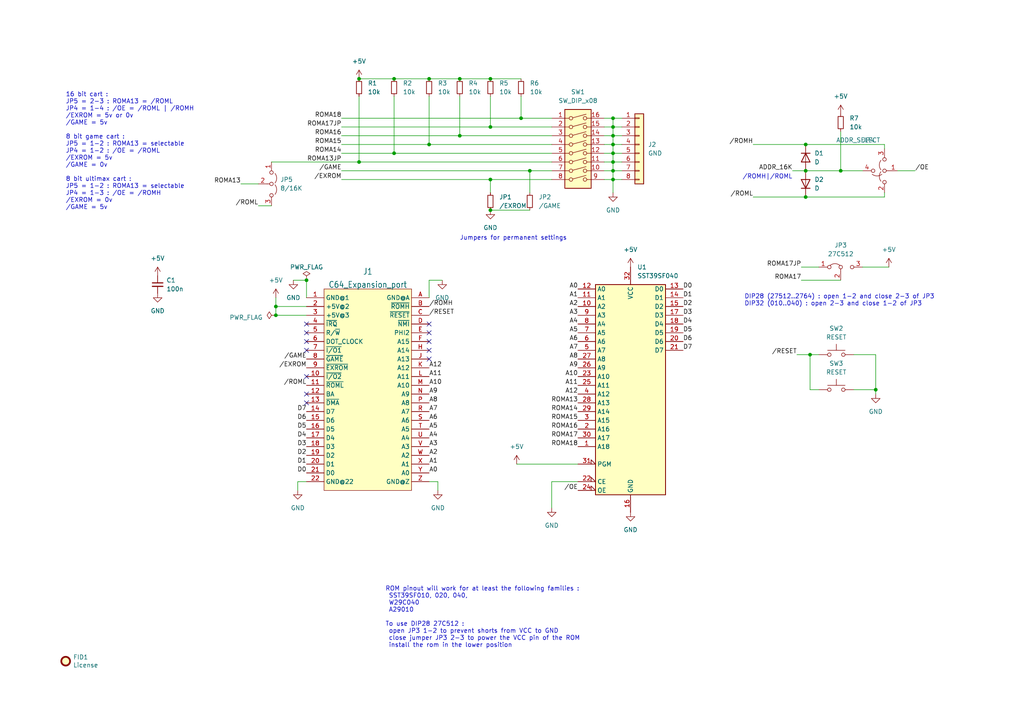
<source format=kicad_sch>
(kicad_sch (version 20230121) (generator eeschema)
  (paper "A4")
  (title_block (title "C64 Cartridge") (date "2023-05-30") (rev "2") (company "FLACO 2023") (comment 1 "Inspired by https://github.com/bwack/Versa64Cart"))
  (lib_symbols
    (symbol "Connector_Generic:Conn_01x08" (pin_names (offset 1.016) hide)
      (property "Reference" "J" (at 0 10.16 0))
      (property "Value" "Conn_01x08" (at 0 -12.7 0))
      (symbol "Conn_01x08_1_1"
        (rectangle (start -1.27 -10.033) (end 0 -10.287) (stroke (width 0.1524)))
        (rectangle (start -1.27 -7.493) (end 0 -7.747) (stroke (width 0.1524)))
        (rectangle (start -1.27 -4.953) (end 0 -5.207) (stroke (width 0.1524)))
        (rectangle (start -1.27 -2.413) (end 0 -2.667) (stroke (width 0.1524)))
        (rectangle (start -1.27 0.127) (end 0 -0.127) (stroke (width 0.1524)))
        (rectangle (start -1.27 2.667) (end 0 2.413) (stroke (width 0.1524)))
        (rectangle (start -1.27 5.207) (end 0 4.953) (stroke (width 0.1524)))
        (rectangle (start -1.27 7.747) (end 0 7.493) (stroke (width 0.1524)))
        (rectangle (start -1.27 8.89) (end 1.27 -11.43) (stroke (width 0.254)) (fill (type background)))
        (pin passive line (at -5.08 7.62 0) (length 3.81) (name "Pin_1") (number "1"))
        (pin passive line (at -5.08 5.08 0) (length 3.81) (name "Pin_2") (number "2"))
        (pin passive line (at -5.08 2.54 0) (length 3.81) (name "Pin_3") (number "3"))
        (pin passive line (at -5.08 0 0) (length 3.81) (name "Pin_4") (number "4"))
        (pin passive line (at -5.08 -2.54 0) (length 3.81) (name "Pin_5") (number "5"))
        (pin passive line (at -5.08 -5.08 0) (length 3.81) (name "Pin_6") (number "6"))
        (pin passive line (at -5.08 -7.62 0) (length 3.81) (name "Pin_7") (number "7"))
        (pin passive line (at -5.08 -10.16 0) (length 3.81) (name "Pin_8") (number "8"))
      )
    )
    (symbol "Device:C_Small" (pin_numbers hide) (pin_names (offset 0.254) hide)
      (property "Reference" "C" (at 0.254 1.778 0))
      (property "Value" "C_Small" (at 0.254 -2.032 0))
      (symbol "C_Small_0_1"
        (polyline (pts (xy -1.524 -0.508) (xy 1.524 -0.508)) (stroke (width 0.3302)))
        (polyline (pts (xy -1.524 0.508) (xy 1.524 0.508)) (stroke (width 0.3048)))
      )
      (symbol "C_Small_1_1"
        (pin passive line (at 0 2.54 270) (length 2.032) (name "~") (number "1"))
        (pin passive line (at 0 -2.54 90) (length 2.032) (name "~") (number "2"))
      )
    )
    (symbol "Device:D" (pin_numbers hide) (pin_names (offset 1.016) hide)
      (property "Reference" "D" (at 0 2.54 0))
      (property "Value" "D" (at 0 -2.54 0))
      (symbol "D_0_1"
        (polyline (pts (xy -1.27 1.27) (xy -1.27 -1.27)) (stroke (width 0.254)))
        (polyline (pts (xy 1.27 0) (xy -1.27 0)))
        (polyline (pts (xy 1.27 1.27) (xy 1.27 -1.27) (xy -1.27 0) (xy 1.27 1.27)) (stroke (width 0.254)))
      )
      (symbol "D_1_1"
        (pin passive line (at -3.81 0 0) (length 2.54) (name "K") (number "1"))
        (pin passive line (at 3.81 0 180) (length 2.54) (name "A") (number "2"))
      )
    )
    (symbol "Device:R_Small" (pin_numbers hide) (pin_names (offset 0.254) hide)
      (property "Reference" "R" (at 0.762 0.508 0))
      (property "Value" "R_Small" (at 0.762 -1.016 0))
      (symbol "R_Small_0_1"
        (rectangle (start -0.762 1.778) (end 0.762 -1.778) (stroke (width 0.2032)))
      )
      (symbol "R_Small_1_1"
        (pin passive line (at 0 2.54 270) (length 0.762) (name "~") (number "1"))
        (pin passive line (at 0 -2.54 90) (length 0.762) (name "~") (number "2"))
      )
    )
    (symbol "Jumper:Jumper_3_Bridged12" (pin_names (offset 0) hide)
      (property "Reference" "JP" (at -2.54 -2.54 0))
      (property "Value" "Jumper_3_Bridged12" (at 0 2.794 0))
      (symbol "Jumper_3_Bridged12_0_0"
        (circle (center -3.302 0) (radius 0.508))
        (circle (center 0 0) (radius 0.508))
        (circle (center 3.302 0) (radius 0.508))
      )
      (symbol "Jumper_3_Bridged12_0_1"
        (arc (start -0.254 0.508) (mid -1.651 0.9912) (end -3.048 0.508))
        (polyline (pts (xy 0 -1.27) (xy 0 -0.508)))
      )
      (symbol "Jumper_3_Bridged12_1_1"
        (pin passive line (at -6.35 0 0) (length 2.54) (name "A") (number "1"))
        (pin passive line (at 0 -3.81 90) (length 2.54) (name "C") (number "2"))
        (pin passive line (at 6.35 0 180) (length 2.54) (name "B") (number "3"))
      )
    )
    (symbol "Jumper:Jumper_3_Open" (pin_names (offset 0) hide)
      (property "Reference" "JP" (at -2.54 -2.54 0))
      (property "Value" "Jumper_3_Open" (at 0 2.794 0))
      (symbol "Jumper_3_Open_0_0"
        (circle (center -3.302 0) (radius 0.508))
        (circle (center 0 0) (radius 0.508))
        (circle (center 3.302 0) (radius 0.508))
      )
      (symbol "Jumper_3_Open_0_1"
        (arc (start -0.254 1.016) (mid -1.651 1.4992) (end -3.048 1.016))
        (polyline (pts (xy 0 -0.508) (xy 0 -1.27)))
        (arc (start 3.048 1.016) (mid 1.651 1.4992) (end 0.254 1.016))
      )
      (symbol "Jumper_3_Open_1_1"
        (pin passive line (at -6.35 0 0) (length 2.54) (name "A") (number "1"))
        (pin passive line (at 0 -3.81 90) (length 2.54) (name "C") (number "2"))
        (pin passive line (at 6.35 0 180) (length 2.54) (name "B") (number "3"))
      )
    )
    (symbol "Mechanical:Fiducial"
      (property "Reference" "FID" (at 0 5.08 0))
      (property "Value" "Fiducial" (at 0 3.175 0))
      (symbol "Fiducial_0_1"
        (circle (center 0 0) (radius 1.27) (stroke (width 0.508)) (fill (type background)))
      )
    )
    (symbol "Memory_Flash:SST39SF040"
      (property "Reference" "U" (at 2.54 33.02 0))
      (property "Value" "SST39SF040" (at 0 -30.48 0))
      (symbol "SST39SF040_0_0"
        (pin power_in line (at 0 -34.29 90) (length 5.08) (name "GND") (number "16"))
        (pin power_in line (at 0 36.83 270) (length 5.08) (name "VCC") (number "32"))
      )
      (symbol "SST39SF040_0_1"
        (rectangle (start -10.16 31.75) (end 10.16 -29.21) (stroke (width 0.254)) (fill (type background)))
      )
      (symbol "SST39SF040_1_1"
        (pin input line (at -15.24 -15.24 0) (length 5.08) (name "A18") (number "1"))
        (pin input line (at -15.24 25.4 0) (length 5.08) (name "A2") (number "10"))
        (pin input line (at -15.24 27.94 0) (length 5.08) (name "A1") (number "11"))
        (pin input line (at -15.24 30.48 0) (length 5.08) (name "A0") (number "12"))
        (pin tri_state line (at 15.24 30.48 180) (length 5.08) (name "D0") (number "13"))
        (pin tri_state line (at 15.24 27.94 180) (length 5.08) (name "D1") (number "14"))
        (pin tri_state line (at 15.24 25.4 180) (length 5.08) (name "D2") (number "15"))
        (pin tri_state line (at 15.24 22.86 180) (length 5.08) (name "D3") (number "17"))
        (pin tri_state line (at 15.24 20.32 180) (length 5.08) (name "D4") (number "18"))
        (pin tri_state line (at 15.24 17.78 180) (length 5.08) (name "D5") (number "19"))
        (pin input line (at -15.24 -10.16 0) (length 5.08) (name "A16") (number "2"))
        (pin tri_state line (at 15.24 15.24 180) (length 5.08) (name "D6") (number "20"))
        (pin tri_state line (at 15.24 12.7 180) (length 5.08) (name "D7") (number "21"))
        (pin input input_low (at -15.24 -25.4 0) (length 5.08) (name "CE") (number "22"))
        (pin input line (at -15.24 5.08 0) (length 5.08) (name "A10") (number "23"))
        (pin input input_low (at -15.24 -27.94 0) (length 5.08) (name "OE") (number "24"))
        (pin input line (at -15.24 2.54 0) (length 5.08) (name "A11") (number "25"))
        (pin input line (at -15.24 7.62 0) (length 5.08) (name "A9") (number "26"))
        (pin input line (at -15.24 10.16 0) (length 5.08) (name "A8") (number "27"))
        (pin input line (at -15.24 -2.54 0) (length 5.08) (name "A13") (number "28"))
        (pin input line (at -15.24 -5.08 0) (length 5.08) (name "A14") (number "29"))
        (pin input line (at -15.24 -7.62 0) (length 5.08) (name "A15") (number "3"))
        (pin input line (at -15.24 -12.7 0) (length 5.08) (name "A17") (number "30"))
        (pin input input_low (at -15.24 -20.32 0) (length 5.08) (name "PGM") (number "31"))
        (pin input line (at -15.24 0 0) (length 5.08) (name "A12") (number "4"))
        (pin input line (at -15.24 12.7 0) (length 5.08) (name "A7") (number "5"))
        (pin input line (at -15.24 15.24 0) (length 5.08) (name "A6") (number "6"))
        (pin input line (at -15.24 17.78 0) (length 5.08) (name "A5") (number "7"))
        (pin input line (at -15.24 20.32 0) (length 5.08) (name "A4") (number "8"))
        (pin input line (at -15.24 22.86 0) (length 5.08) (name "A3") (number "9"))
      )
    )
    (symbol "Sassa:C64_Expansion_port"
      (property "Reference" "J" (at -12.7 27.94 0))
      (property "Value" "C64_Expansion_port" (at -12.7 -33.02 0))
      (symbol "C64_Expansion_port_0_1"
        (rectangle (start -12.7 27.94) (end 12.7 -30.48) (fill (type background)))
      )
      (symbol "C64_Expansion_port_1_0"
        (pin power_in line (at -17.78 25.4 0) (length 5.08) (name "GND@1") (number "1"))
        (pin output line (at -17.78 2.54 0) (length 5.08) (name "~{I/O2}") (number "10"))
        (pin output line (at -17.78 0 0) (length 5.08) (name "~{ROML}") (number "11"))
        (pin output line (at -17.78 -2.54 0) (length 5.08) (name "BA") (number "12"))
        (pin input line (at -17.78 -5.08 0) (length 5.08) (name "~{DMA}") (number "13"))
        (pin bidirectional line (at -17.78 -7.62 0) (length 5.08) (name "D7") (number "14"))
        (pin bidirectional line (at -17.78 -10.16 0) (length 5.08) (name "D6") (number "15"))
        (pin bidirectional line (at -17.78 -12.7 0) (length 5.08) (name "D5") (number "16"))
        (pin bidirectional line (at -17.78 -15.24 0) (length 5.08) (name "D4") (number "17"))
        (pin bidirectional line (at -17.78 -17.78 0) (length 5.08) (name "D3") (number "18"))
        (pin bidirectional line (at -17.78 -20.32 0) (length 5.08) (name "D2") (number "19"))
        (pin power_in line (at -17.78 22.86 0) (length 5.08) (name "+5V@2") (number "2"))
        (pin bidirectional line (at -17.78 -22.86 0) (length 5.08) (name "D1") (number "20"))
        (pin bidirectional line (at -17.78 -25.4 0) (length 5.08) (name "D0") (number "21"))
        (pin power_in line (at -17.78 -27.94 0) (length 5.08) (name "GND@22") (number "22"))
        (pin power_in line (at -17.78 20.32 0) (length 5.08) (name "+5V@3") (number "3"))
        (pin input line (at -17.78 17.78 0) (length 5.08) (name "~{IRQ}") (number "4"))
        (pin output line (at -17.78 15.24 0) (length 5.08) (name "R/~{W}") (number "5"))
        (pin output line (at -17.78 12.7 0) (length 5.08) (name "DOT_CLOCK") (number "6"))
        (pin output line (at -17.78 10.16 0) (length 5.08) (name "~{I/O1}") (number "7"))
        (pin input line (at -17.78 7.62 0) (length 5.08) (name "~{GAME}") (number "8"))
        (pin input line (at -17.78 5.08 0) (length 5.08) (name "~{EXROM}") (number "9"))
        (pin power_in line (at 17.78 25.4 180) (length 5.08) (name "GND@A") (number "A"))
        (pin output line (at 17.78 22.86 180) (length 5.08) (name "~{ROMH}") (number "B"))
        (pin open_collector line (at 17.78 20.32 180) (length 5.08) (name "~{RESET}") (number "C"))
        (pin input line (at 17.78 17.78 180) (length 5.08) (name "~{NMI}") (number "D"))
        (pin output line (at 17.78 15.24 180) (length 5.08) (name "PHI2") (number "E"))
        (pin bidirectional line (at 17.78 12.7 180) (length 5.08) (name "A15") (number "F"))
        (pin bidirectional line (at 17.78 10.16 180) (length 5.08) (name "A14") (number "H"))
        (pin bidirectional line (at 17.78 7.62 180) (length 5.08) (name "A13") (number "J"))
        (pin bidirectional line (at 17.78 5.08 180) (length 5.08) (name "A12") (number "K"))
        (pin bidirectional line (at 17.78 2.54 180) (length 5.08) (name "A11") (number "L"))
        (pin bidirectional line (at 17.78 0 180) (length 5.08) (name "A10") (number "M"))
        (pin bidirectional line (at 17.78 -2.54 180) (length 5.08) (name "A9") (number "N"))
        (pin bidirectional line (at 17.78 -5.08 180) (length 5.08) (name "A8") (number "P"))
        (pin bidirectional line (at 17.78 -7.62 180) (length 5.08) (name "A7") (number "R"))
        (pin bidirectional line (at 17.78 -10.16 180) (length 5.08) (name "A6") (number "S"))
        (pin bidirectional line (at 17.78 -12.7 180) (length 5.08) (name "A5") (number "T"))
        (pin bidirectional line (at 17.78 -15.24 180) (length 5.08) (name "A4") (number "U"))
        (pin bidirectional line (at 17.78 -17.78 180) (length 5.08) (name "A3") (number "V"))
        (pin bidirectional line (at 17.78 -20.32 180) (length 5.08) (name "A2") (number "W"))
        (pin bidirectional line (at 17.78 -22.86 180) (length 5.08) (name "A1") (number "X"))
        (pin bidirectional line (at 17.78 -25.4 180) (length 5.08) (name "A0") (number "Y"))
        (pin power_in line (at 17.78 -27.94 180) (length 5.08) (name "GND@Z") (number "Z"))
      )
    )
    (symbol "Sassa:Jumper_4_Open" (pin_names (offset 0) hide)
      (property "Reference" "JP" (at -2.54 -2.54 0))
      (property "Value" "Jumper_4_Open" (at -10.16 3.81 0))
      (symbol "Jumper_4_Open_0_0"
        (circle (center -3.302 0) (radius 0.508))
        (circle (center 0 0) (radius 0.508))
        (circle (center 0 3.302) (radius 0.508))
        (circle (center 3.302 0) (radius 0.508))
      )
      (symbol "Jumper_4_Open_0_1"
        (arc (start -1.016 3.556) (mid -1.4992 2.159) (end -1.016 0.762))
        (arc (start -0.254 1.016) (mid -1.651 1.4992) (end -3.048 1.016))
        (polyline (pts (xy 0 -0.508) (xy 0 -1.27)))
        (arc (start 3.048 1.016) (mid 1.651 1.4992) (end 0.254 1.016))
      )
      (symbol "Jumper_4_Open_1_1"
        (pin passive line (at 0 -3.81 90) (length 2.54) (name "A") (number "1"))
        (pin passive line (at -6.35 0 0) (length 2.54) (name "B") (number "2"))
        (pin passive line (at 6.35 0 180) (length 2.54) (name "B") (number "3"))
        (pin passive line (at 0 6.35 270) (length 2.54) (name "D") (number "4"))
      )
    )
    (symbol "Switch:SW_DIP_x08" (pin_names (offset 0) hide)
      (property "Reference" "SW" (at 0 13.97 0))
      (property "Value" "SW_DIP_x08" (at 0 -11.43 0))
      (symbol "SW_DIP_x08_0_0"
        (circle (center -2.032 -7.62) (radius 0.508))
        (circle (center -2.032 -5.08) (radius 0.508))
        (circle (center -2.032 -2.54) (radius 0.508))
        (circle (center -2.032 0) (radius 0.508))
        (circle (center -2.032 2.54) (radius 0.508))
        (circle (center -2.032 5.08) (radius 0.508))
        (circle (center -2.032 7.62) (radius 0.508))
        (circle (center -2.032 10.16) (radius 0.508))
        (polyline (pts (xy -1.524 -7.4676) (xy 2.3622 -6.4262)))
        (polyline (pts (xy -1.524 -4.9276) (xy 2.3622 -3.8862)))
        (polyline (pts (xy -1.524 -2.3876) (xy 2.3622 -1.3462)))
        (polyline (pts (xy -1.524 0.127) (xy 2.3622 1.1684)))
        (polyline (pts (xy -1.524 2.667) (xy 2.3622 3.7084)))
        (polyline (pts (xy -1.524 5.207) (xy 2.3622 6.2484)))
        (polyline (pts (xy -1.524 7.747) (xy 2.3622 8.7884)))
        (polyline (pts (xy -1.524 10.287) (xy 2.3622 11.3284)))
        (circle (center 2.032 -7.62) (radius 0.508))
        (circle (center 2.032 -5.08) (radius 0.508))
        (circle (center 2.032 -2.54) (radius 0.508))
        (circle (center 2.032 0) (radius 0.508))
        (circle (center 2.032 2.54) (radius 0.508))
        (circle (center 2.032 5.08) (radius 0.508))
        (circle (center 2.032 7.62) (radius 0.508))
        (circle (center 2.032 10.16) (radius 0.508))
      )
      (symbol "SW_DIP_x08_0_1"
        (rectangle (start -3.81 12.7) (end 3.81 -10.16) (stroke (width 0.254)) (fill (type background)))
      )
      (symbol "SW_DIP_x08_1_1"
        (pin passive line (at -7.62 10.16 0) (length 5.08) (name "~") (number "1"))
        (pin passive line (at 7.62 -5.08 180) (length 5.08) (name "~") (number "10"))
        (pin passive line (at 7.62 -2.54 180) (length 5.08) (name "~") (number "11"))
        (pin passive line (at 7.62 0 180) (length 5.08) (name "~") (number "12"))
        (pin passive line (at 7.62 2.54 180) (length 5.08) (name "~") (number "13"))
        (pin passive line (at 7.62 5.08 180) (length 5.08) (name "~") (number "14"))
        (pin passive line (at 7.62 7.62 180) (length 5.08) (name "~") (number "15"))
        (pin passive line (at 7.62 10.16 180) (length 5.08) (name "~") (number "16"))
        (pin passive line (at -7.62 7.62 0) (length 5.08) (name "~") (number "2"))
        (pin passive line (at -7.62 5.08 0) (length 5.08) (name "~") (number "3"))
        (pin passive line (at -7.62 2.54 0) (length 5.08) (name "~") (number "4"))
        (pin passive line (at -7.62 0 0) (length 5.08) (name "~") (number "5"))
        (pin passive line (at -7.62 -2.54 0) (length 5.08) (name "~") (number "6"))
        (pin passive line (at -7.62 -5.08 0) (length 5.08) (name "~") (number "7"))
        (pin passive line (at -7.62 -7.62 0) (length 5.08) (name "~") (number "8"))
        (pin passive line (at 7.62 -7.62 180) (length 5.08) (name "~") (number "9"))
      )
    )
    (symbol "Switch:SW_Push" (pin_numbers hide) (pin_names (offset 1.016) hide)
      (property "Reference" "SW" (at 1.27 2.54 0))
      (property "Value" "SW_Push" (at 0 -1.524 0))
      (symbol "SW_Push_0_1"
        (circle (center -2.032 0) (radius 0.508))
        (polyline (pts (xy 0 1.27) (xy 0 3.048)))
        (polyline (pts (xy 2.54 1.27) (xy -2.54 1.27)))
        (circle (center 2.032 0) (radius 0.508))
        (pin passive line (at -5.08 0 0) (length 2.54) (name "1") (number "1"))
        (pin passive line (at 5.08 0 180) (length 2.54) (name "2") (number "2"))
      )
    )
    (symbol "power:+5V" (power) (pin_names (offset 0))
      (property "Value" "+5V" (at 0 3.556 0))
      (symbol "+5V_0_1"
        (polyline (pts (xy -0.762 1.27) (xy 0 2.54)))
        (polyline (pts (xy 0 0) (xy 0 2.54)))
        (polyline (pts (xy 0 2.54) (xy 0.762 1.27)))
      )
      (symbol "+5V_1_1"
        (pin power_in line (at 0 0 90) (length 0) hide (name "+5V") (number "1"))
      )
    )
    (symbol "power:GND" (power) (pin_names (offset 0))
      (property "Value" "GND" (at 0 -3.81 0))
      (symbol "GND_0_1"
        (polyline (pts (xy 0 0) (xy 0 -1.27) (xy 1.27 -1.27) (xy 0 -2.54) (xy -1.27 -1.27) (xy 0 -1.27)))
      )
      (symbol "GND_1_1"
        (pin power_in line (at 0 0 270) (length 0) hide (name "GND") (number "1"))
      )
    )
    (symbol "power:PWR_FLAG" (power) (pin_numbers hide) (pin_names (offset 0) hide)
      (property "Value" "PWR_FLAG" (at 0 3.81 0))
      (symbol "PWR_FLAG_0_0"
        (pin power_out line (at 0 0 90) (length 0) (name "pwr") (number "1"))
      )
      (symbol "PWR_FLAG_0_1"
        (polyline (pts (xy 0 0) (xy 0 1.27) (xy -1.016 1.905) (xy 0 2.54) (xy 1.016 1.905) (xy 0 1.27)))
      )
    )
  )
  (junction (at 124.46 22.86))
  (junction (at 177.8 39.37))
  (junction (at 114.3 44.45))
  (junction (at 233.68 57.15))
  (junction (at 233.68 49.53))
  (junction (at 142.24 22.86))
  (junction (at 153.67 49.53))
  (junction (at 233.68 41.91))
  (junction (at 88.9 81.28))
  (junction (at 104.14 22.86))
  (junction (at 142.24 36.83))
  (junction (at 142.24 52.07))
  (junction (at 177.8 36.83))
  (junction (at 80.01 88.9))
  (junction (at 114.3 22.86))
  (junction (at 177.8 49.53))
  (junction (at 243.84 49.53))
  (junction (at 133.35 39.37))
  (junction (at 133.35 22.86))
  (junction (at 80.01 91.44))
  (junction (at 177.8 52.07))
  (junction (at 104.14 46.99))
  (junction (at 151.13 34.29))
  (junction (at 234.95 102.87))
  (junction (at 254 113.03))
  (junction (at 142.24 60.96))
  (junction (at 177.8 44.45))
  (junction (at 177.8 46.99))
  (junction (at 177.8 41.91))
  (junction (at 177.8 34.29))
  (junction (at 124.46 41.91))
  (no_connect (at 88.9 101.6))
  (no_connect (at 88.9 99.06))
  (no_connect (at 124.46 96.52))
  (no_connect (at 88.9 109.22))
  (no_connect (at 88.9 93.98))
  (no_connect (at 88.9 116.84))
  (no_connect (at 124.46 99.06))
  (no_connect (at 124.46 104.14))
  (no_connect (at 124.46 93.98))
  (no_connect (at 124.46 101.6))
  (no_connect (at 88.9 114.3))
  (no_connect (at 88.9 96.52))
  (wire (pts (xy 256.54 41.91) (xy 233.68 41.91)))
  (wire (pts (xy 142.24 22.86) (xy 151.13 22.86)))
  (wire (pts (xy 104.14 22.86) (xy 114.3 22.86)))
  (wire (pts (xy 177.8 44.45) (xy 177.8 46.99)))
  (wire (pts (xy 153.67 49.53) (xy 160.02 49.53)))
  (wire (pts (xy 142.24 60.96) (xy 153.67 60.96)))
  (wire (pts (xy 99.06 41.91) (xy 124.46 41.91)))
  (wire (pts (xy 175.26 39.37) (xy 177.8 39.37)))
  (wire (pts (xy 142.24 52.07) (xy 142.24 55.88)))
  (wire (pts (xy 177.8 39.37) (xy 177.8 41.91)))
  (wire (pts (xy 124.46 86.36) (xy 124.46 81.28)))
  (wire (pts (xy 177.8 44.45) (xy 180.34 44.45)))
  (wire (pts (xy 177.8 52.07) (xy 177.8 55.88)))
  (wire (pts (xy 256.54 57.15) (xy 256.54 55.88)))
  (wire (pts (xy 69.85 53.34) (xy 74.93 53.34)))
  (wire (pts (xy 114.3 22.86) (xy 124.46 22.86)))
  (wire (pts (xy 88.9 86.36) (xy 88.9 81.28)))
  (wire (pts (xy 133.35 27.94) (xy 133.35 39.37)))
  (wire (pts (xy 243.84 38.1) (xy 243.84 49.53)))
  (wire (pts (xy 160.02 139.7) (xy 160.02 147.32)))
  (wire (pts (xy 229.87 49.53) (xy 233.68 49.53)))
  (wire (pts (xy 80.01 88.9) (xy 80.01 86.36)))
  (wire (pts (xy 250.19 77.47) (xy 257.81 77.47)))
  (wire (pts (xy 177.8 49.53) (xy 177.8 52.07)))
  (wire (pts (xy 175.26 34.29) (xy 177.8 34.29)))
  (wire (pts (xy 260.35 49.53) (xy 265.43 49.53)))
  (wire (pts (xy 142.24 36.83) (xy 160.02 36.83)))
  (wire (pts (xy 151.13 34.29) (xy 160.02 34.29)))
  (wire (pts (xy 175.26 36.83) (xy 177.8 36.83)))
  (wire (pts (xy 247.65 102.87) (xy 254 102.87)))
  (wire (pts (xy 177.8 41.91) (xy 180.34 41.91)))
  (wire (pts (xy 231.14 102.87) (xy 234.95 102.87)))
  (wire (pts (xy 124.46 81.28) (xy 128.27 81.28)))
  (wire (pts (xy 177.8 41.91) (xy 177.8 44.45)))
  (wire (pts (xy 256.54 41.91) (xy 256.54 43.18)))
  (wire (pts (xy 177.8 34.29) (xy 180.34 34.29)))
  (wire (pts (xy 177.8 46.99) (xy 180.34 46.99)))
  (wire (pts (xy 114.3 44.45) (xy 160.02 44.45)))
  (wire (pts (xy 232.41 81.28) (xy 243.84 81.28)))
  (wire (pts (xy 74.93 59.69) (xy 78.74 59.69)))
  (wire (pts (xy 175.26 41.91) (xy 177.8 41.91)))
  (wire (pts (xy 80.01 91.44) (xy 80.01 88.9)))
  (wire (pts (xy 104.14 27.94) (xy 104.14 46.99)))
  (wire (pts (xy 149.86 134.62) (xy 167.64 134.62)))
  (wire (pts (xy 99.06 34.29) (xy 151.13 34.29)))
  (wire (pts (xy 88.9 139.7) (xy 86.36 139.7)))
  (wire (pts (xy 243.84 49.53) (xy 250.19 49.53)))
  (wire (pts (xy 167.64 139.7) (xy 160.02 139.7)))
  (wire (pts (xy 142.24 27.94) (xy 142.24 36.83)))
  (wire (pts (xy 177.8 39.37) (xy 180.34 39.37)))
  (wire (pts (xy 218.44 57.15) (xy 233.68 57.15)))
  (wire (pts (xy 177.8 52.07) (xy 180.34 52.07)))
  (wire (pts (xy 175.26 52.07) (xy 177.8 52.07)))
  (wire (pts (xy 234.95 102.87) (xy 237.49 102.87)))
  (wire (pts (xy 177.8 49.53) (xy 180.34 49.53)))
  (wire (pts (xy 247.65 113.03) (xy 254 113.03)))
  (wire (pts (xy 218.44 41.91) (xy 233.68 41.91)))
  (wire (pts (xy 78.74 46.99) (xy 104.14 46.99)))
  (wire (pts (xy 99.06 36.83) (xy 142.24 36.83)))
  (wire (pts (xy 99.06 39.37) (xy 133.35 39.37)))
  (wire (pts (xy 237.49 113.03) (xy 234.95 113.03)))
  (wire (pts (xy 114.3 27.94) (xy 114.3 44.45)))
  (wire (pts (xy 142.24 52.07) (xy 160.02 52.07)))
  (wire (pts (xy 175.26 49.53) (xy 177.8 49.53)))
  (wire (pts (xy 127 139.7) (xy 127 142.24)))
  (wire (pts (xy 124.46 27.94) (xy 124.46 41.91)))
  (wire (pts (xy 232.41 77.47) (xy 237.49 77.47)))
  (wire (pts (xy 177.8 36.83) (xy 180.34 36.83)))
  (wire (pts (xy 80.01 88.9) (xy 88.9 88.9)))
  (wire (pts (xy 254 102.87) (xy 254 113.03)))
  (wire (pts (xy 177.8 36.83) (xy 177.8 39.37)))
  (wire (pts (xy 88.9 81.28) (xy 85.09 81.28)))
  (wire (pts (xy 254 114.3) (xy 254 113.03)))
  (wire (pts (xy 133.35 22.86) (xy 142.24 22.86)))
  (wire (pts (xy 124.46 41.91) (xy 160.02 41.91)))
  (wire (pts (xy 177.8 46.99) (xy 177.8 49.53)))
  (wire (pts (xy 177.8 34.29) (xy 177.8 36.83)))
  (wire (pts (xy 104.14 46.99) (xy 160.02 46.99)))
  (wire (pts (xy 175.26 44.45) (xy 177.8 44.45)))
  (wire (pts (xy 99.06 44.45) (xy 114.3 44.45)))
  (wire (pts (xy 133.35 39.37) (xy 160.02 39.37)))
  (wire (pts (xy 99.06 49.53) (xy 153.67 49.53)))
  (wire (pts (xy 233.68 57.15) (xy 256.54 57.15)))
  (wire (pts (xy 234.95 113.03) (xy 234.95 102.87)))
  (wire (pts (xy 99.06 52.07) (xy 142.24 52.07)))
  (wire (pts (xy 153.67 49.53) (xy 153.67 55.88)))
  (wire (pts (xy 233.68 49.53) (xy 243.84 49.53)))
  (wire (pts (xy 175.26 46.99) (xy 177.8 46.99)))
  (wire (pts (xy 86.36 139.7) (xy 86.36 142.24)))
  (wire (pts (xy 88.9 91.44) (xy 80.01 91.44)))
  (wire (pts (xy 124.46 139.7) (xy 127 139.7)))
  (wire (pts (xy 151.13 27.94) (xy 151.13 34.29)))
  (wire (pts (xy 124.46 22.86) (xy 133.35 22.86)))
  (text "Jumpers for permanent settings" (at 133.35 69.85 0) (effects (font (size 1.27 1.27)) (justify left bottom)))
  (text "/ROMH|/ROML" (at 229.87 52.07 0) (effects (font (size 1.27 1.27)) (justify right bottom)))
  (text "16 bit cart :\nJP5 = 2-3 : ROMA13 = /ROML\nJP4 = 1-4 : /OE = /ROML | /ROMH \n/EXROM = 5v or 0v\n/GAME = 5v\n\n8 bit game cart :\nJP5 = 1-2 : ROMA13 = selectable\nJP4 = 1-2 : /OE = /ROML\n/EXROM = 5v\n/GAME = 0v\n\n8 bit ultimax cart :\nJP5 = 1-2 : ROMA13 = selectable\nJP4 = 1-3 : /OE = /ROMH\n/EXROM = 0v\n/GAME = 5v" (at 19.05 60.96 0) (effects (font (size 1.27 1.27)) (justify left bottom)))
  (text "ROM pinout will work for at least the following families :\n SST39SF010, 020, 040,\n W29C040\n A29010\n\nTo use DIP28 27C512 :\n open JP3 1-2 to prevent shorts from VCC to GND\n close jumper JP3 2-3 to power the VCC pin of the ROM\n install the rom in the lower position" (at 111.76 187.96 0) (effects (font (size 1.27 1.27)) (justify left bottom)))
  (text "DIP28 (27512..2764) : open 1-2 and close 2-3 of JP3\nDIP32 (010..040) : open 2-3 and close 1-2 of JP3" (at 215.9 88.9 0) (effects (font (size 1.27 1.27)) (justify left bottom)))
  (label "D3" (at 198.12 91.44 0))
  (label "ROMA17" (at 232.41 81.28 180))
  (label "D5" (at 198.12 96.52 0))
  (label "D1" (at 88.9 134.62 180))
  (label "A11" (at 124.46 109.22 0))
  (label "A2" (at 124.46 132.08 0))
  (label "ROMA17" (at 167.64 127 180))
  (label "A7" (at 167.64 101.6 180))
  (label "ROMA18" (at 99.06 34.29 180))
  (label "A3" (at 124.46 129.54 0))
  (label "ROMA15" (at 167.64 121.92 180))
  (label "ROMA17JP" (at 99.06 36.83 180))
  (label "A12" (at 167.64 114.3 180))
  (label "D7" (at 198.12 101.6 0))
  (label "{slash}OE" (at 167.64 142.24 180))
  (label "ROMA16" (at 167.64 124.46 180))
  (label "A6" (at 124.46 121.92 0))
  (label "A8" (at 124.46 116.84 0))
  (label "{slash}OE" (at 265.43 49.53 0))
  (label "{slash}EXROM" (at 88.9 106.68 180))
  (label "{slash}ROMH" (at 218.44 41.91 180))
  (label "{slash}ROML" (at 88.9 111.76 180))
  (label "{slash}RESET" (at 231.14 102.87 180))
  (label "ROMA14" (at 99.06 44.45 180))
  (label "A10" (at 124.46 111.76 0))
  (label "A0" (at 124.46 137.16 0))
  (label "A6" (at 167.64 99.06 180))
  (label "ROMA17JP" (at 232.41 77.47 180))
  (label "D6" (at 198.12 99.06 0))
  (label "D2" (at 88.9 132.08 180))
  (label "A5" (at 124.46 124.46 0))
  (label "{slash}ROML" (at 74.93 59.69 180))
  (label "D4" (at 88.9 127 180))
  (label "{slash}RESET" (at 124.46 91.44 0))
  (label "{slash}GAME" (at 99.06 49.53 180))
  (label "A4" (at 167.64 93.98 180))
  (label "D5" (at 88.9 124.46 180))
  (label "A10" (at 167.64 109.22 180))
  (label "D3" (at 88.9 129.54 180))
  (label "D7" (at 88.9 119.38 180))
  (label "ROMA13" (at 69.85 53.34 180))
  (label "{slash}ROMH" (at 124.46 88.9 0))
  (label "ROMA13" (at 167.64 116.84 180))
  (label "A12" (at 124.46 106.68 0))
  (label "A3" (at 167.64 91.44 180))
  (label "ROMA14" (at 167.64 119.38 180))
  (label "A1" (at 167.64 86.36 180))
  (label "A9" (at 124.46 114.3 0))
  (label "D0" (at 88.9 137.16 180))
  (label "ROMA16" (at 99.06 39.37 180))
  (label "A11" (at 167.64 111.76 180))
  (label "D6" (at 88.9 121.92 180))
  (label "A7" (at 124.46 119.38 0))
  (label "ADDR_16K" (at 229.87 49.53 180))
  (label "A0" (at 167.64 83.82 180))
  (label "A5" (at 167.64 96.52 180))
  (label "D2" (at 198.12 88.9 0))
  (label "D0" (at 198.12 83.82 0))
  (label "{slash}ROML" (at 218.44 57.15 180))
  (label "D4" (at 198.12 93.98 0))
  (label "A8" (at 167.64 104.14 180))
  (label "ROMA15" (at 99.06 41.91 180))
  (label "{slash}GAME" (at 88.9 104.14 180))
  (label "D1" (at 198.12 86.36 0))
  (label "A9" (at 167.64 106.68 180))
  (label "ROMA18" (at 167.64 129.54 180))
  (label "ROMA13JP" (at 99.06 46.99 180))
  (label "A1" (at 124.46 134.62 0))
  (label "A4" (at 124.46 127 0))
  (label "{slash}EXROM" (at 99.06 52.07 180))
  (label "A2" (at 167.64 88.9 180))
  (symbol (lib_id "power:GND") (at 182.88 148.59 0) (unit 1)
    (property "Reference" "#PWR011" (effects hide))
    (property "Value" "GND" (at 182.88 153.67 0))
  )
  (symbol (lib_id "power:PWR_FLAG") (at 80.01 91.44 90) (unit 1)
    (property "Reference" "#FLG02" (effects hide))
    (property "Value" "PWR_FLAG" (at 76.2 92.075 90) (effects (justify left)))
  )
  (symbol (lib_id "Sassa:C64_Expansion_port") (at 106.68 111.76 0) (unit 1)
    (property "Reference" "J1" (at 106.68 78.74 0) (effects (font (size 1.778 1.5113))))
    (property "Value" "C64_Expansion_port" (at 106.68 82.55 0) (effects (font (size 1.778 1.5113))))
    (property "Footprint" "Sassa:C64_Expansion_2x22_P2.54mm" (effects hide))
  )
  (symbol (lib_id "Jumper:Jumper_3_Open") (at 78.74 53.34 270) (unit 1)
    (property "Reference" "JP5" (at 81.28 52.0699 90) (effects (justify left)))
    (property "Value" "8/16K" (at 81.28 54.6099 90) (effects (justify left)))
    (property "Footprint" "Sassa:Jumper_3_SPDT_P2.54mm_Vertical" (effects hide))
  )
  (symbol (lib_id "power:GND") (at 45.72 85.09 0) (unit 1)
    (property "Reference" "#PWR015" (effects hide))
    (property "Value" "GND" (at 45.72 90.17 0))
  )
  (symbol (lib_id "Switch:SW_Push") (at 242.57 113.03 0) (unit 1)
    (property "Reference" "SW3" (at 242.57 105.41 0))
    (property "Value" "RESET" (at 242.57 107.95 0))
    (property "Footprint" "Button_Switch_THT:SW_PUSH_6mm" (effects hide))
  )
  (symbol (lib_id "Device:R_Small") (at 124.46 25.4 0) (unit 1)
    (property "Reference" "R3" (at 127 24.1299 0) (effects (justify left)))
    (property "Value" "10k" (at 127 26.6699 0) (effects (justify left)))
    (property "Footprint" "Sassa:C_0805_2012Metric_shortable" (effects hide))
  )
  (symbol (lib_id "Device:R_Small") (at 153.67 58.42 0) (unit 1)
    (property "Reference" "JP2" (at 156.21 57.1499 0) (effects (justify left)))
    (property "Value" "/GAME" (at 156.21 59.6899 0) (effects (justify left)))
    (property "Footprint" "Jumper:SolderJumper-2_P1.3mm_Open_RoundedPad1.0x1.5mm" (effects hide))
  )
  (symbol (lib_id "power:+5V") (at 80.01 86.36 0) (unit 1)
    (property "Reference" "#PWR01" (effects hide))
    (property "Value" "+5V" (at 80.01 81.28 0))
  )
  (symbol (lib_id "Jumper:Jumper_3_Bridged12") (at 243.84 77.47 0) (unit 1)
    (property "Reference" "JP3" (at 243.84 71.12 0))
    (property "Value" "27C512" (at 243.84 73.66 0))
    (property "Footprint" "Jumper:SolderJumper-3_P1.3mm_Bridged12_RoundedPad1.0x1.5mm" (effects hide))
  )
  (symbol (lib_id "power:+5V") (at 243.84 33.02 0) (unit 1)
    (property "Reference" "#PWR012" (effects hide))
    (property "Value" "+5V" (at 243.84 27.94 0))
  )
  (symbol (lib_id "Device:R_Small") (at 151.13 25.4 0) (unit 1)
    (property "Reference" "R6" (at 153.67 24.13 0) (effects (justify left)))
    (property "Value" "10k" (at 153.67 26.67 0) (effects (justify left)))
    (property "Footprint" "Resistor_SMD:R_0805_2012Metric" (effects hide))
  )
  (symbol (lib_id "power:GND") (at 86.36 142.24 0) (unit 1)
    (property "Reference" "#PWR03" (effects hide))
    (property "Value" "GND" (at 86.36 147.32 0))
  )
  (symbol (lib_id "Device:C_Small") (at 45.72 82.55 0) (unit 1)
    (property "Reference" "C1" (at 48.26 81.2862 0) (effects (justify left)))
    (property "Value" "100n" (at 48.26 83.8262 0) (effects (justify left)))
    (property "Footprint" "Capacitor_SMD:C_0805_2012Metric" (effects hide))
  )
  (symbol (lib_id "Device:R_Small") (at 133.35 25.4 0) (unit 1)
    (property "Reference" "R4" (at 135.89 24.13 0) (effects (justify left)))
    (property "Value" "10k" (at 135.89 26.67 0) (effects (justify left)))
    (property "Footprint" "Resistor_SMD:R_0805_2012Metric" (effects hide))
  )
  (symbol (lib_id "power:GND") (at 142.24 60.96 0) (unit 1)
    (property "Reference" "#PWR05" (effects hide))
    (property "Value" "GND" (at 142.24 66.04 0))
  )
  (symbol (lib_id "power:+5V") (at 45.72 80.01 0) (unit 1)
    (property "Reference" "#PWR014" (effects hide))
    (property "Value" "+5V" (at 45.72 74.93 0))
  )
  (symbol (lib_id "power:+5V") (at 104.14 22.86 0) (unit 1)
    (property "Reference" "#PWR04" (effects hide))
    (property "Value" "+5V" (at 104.14 17.78 0))
  )
  (symbol (lib_id "Device:R_Small") (at 142.24 58.42 0) (unit 1)
    (property "Reference" "JP1" (at 144.78 57.15 0) (effects (justify left)))
    (property "Value" "/EXROM" (at 144.78 59.69 0) (effects (justify left)))
    (property "Footprint" "Jumper:SolderJumper-2_P1.3mm_Open_RoundedPad1.0x1.5mm" (effects hide))
  )
  (symbol (lib_id "power:GND") (at 160.02 147.32 0) (unit 1)
    (property "Reference" "#PWR08" (effects hide))
    (property "Value" "GND" (at 160.02 152.4 0))
  )
  (symbol (lib_id "Device:R_Small") (at 142.24 25.4 0) (unit 1)
    (property "Reference" "R5" (at 144.78 24.13 0) (effects (justify left)))
    (property "Value" "10k" (at 144.78 26.67 0) (effects (justify left)))
    (property "Footprint" "Resistor_SMD:R_0805_2012Metric" (effects hide))
  )
  (symbol (lib_id "power:GND") (at 127 142.24 0) (unit 1)
    (property "Reference" "#PWR06" (effects hide))
    (property "Value" "GND" (at 127 147.32 0))
  )
  (symbol (lib_id "Switch:SW_DIP_x08") (at 167.64 44.45 0) (unit 1)
    (property "Reference" "SW1" (at 167.64 26.67 0))
    (property "Value" "SW_DIP_x08" (at 167.64 29.21 0))
    (property "Footprint" "Button_Switch_THT:SW_DIP_SPSTx08_Slide_9.78x22.5mm_W7.62mm_P2.54mm" (effects hide))
  )
  (symbol (lib_id "power:+5V") (at 257.81 77.47 0) (unit 1)
    (property "Reference" "#PWR017" (effects hide))
    (property "Value" "+5V" (at 257.81 72.39 0))
  )
  (symbol (lib_id "power:GND") (at 254 114.3 0) (unit 1)
    (property "Reference" "#PWR013" (effects hide))
    (property "Value" "GND" (at 254 119.38 0))
  )
  (symbol (lib_id "Device:R_Small") (at 243.84 35.56 0) (unit 1)
    (property "Reference" "R7" (at 246.38 34.29 0) (effects (justify left)))
    (property "Value" "10k" (at 246.38 36.83 0) (effects (justify left)))
    (property "Footprint" "Resistor_SMD:R_0805_2012Metric" (effects hide))
  )
  (symbol (lib_id "power:PWR_FLAG") (at 88.9 81.28 0) (unit 1)
    (property "Reference" "#FLG01" (effects hide))
    (property "Value" "PWR_FLAG" (at 88.9 77.47 0))
  )
  (symbol (lib_id "Sassa:Jumper_4_Open") (at 256.54 49.53 90) (unit 1)
    (property "Reference" "JP4" (at 251.841 40.64 90))
    (property "Value" "ADDR_SELECT" (at 248.92 40.64 90))
    (property "Footprint" "Sassa:Jumper_4_SPTT_P2.54mm_Vertical" (effects hide))
  )
  (symbol (lib_id "Device:R_Small") (at 114.3 25.4 0) (unit 1)
    (property "Reference" "R2" (at 116.84 24.1299 0) (effects (justify left)))
    (property "Value" "10k" (at 116.84 26.6699 0) (effects (justify left)))
    (property "Footprint" "Sassa:C_0805_2012Metric_shortable" (effects hide))
  )
  (symbol (lib_id "power:+5V") (at 149.86 134.62 0) (unit 1)
    (property "Reference" "#PWR016" (effects hide))
    (property "Value" "+5V" (at 149.86 129.54 0))
  )
  (symbol (lib_id "power:GND") (at 85.09 81.28 0) (unit 1)
    (property "Reference" "#PWR02" (effects hide))
    (property "Value" "GND" (at 85.09 86.36 0))
  )
  (symbol (lib_id "power:GND") (at 128.27 81.28 0) (unit 1)
    (property "Reference" "#PWR07" (effects hide))
    (property "Value" "GND" (at 128.27 86.36 0))
  )
  (symbol (lib_id "power:GND") (at 177.8 55.88 0) (unit 1)
    (property "Reference" "#PWR09" (effects hide))
    (property "Value" "GND" (at 177.8 60.96 0))
  )
  (symbol (lib_id "Device:D") (at 233.68 53.34 90) (unit 1)
    (property "Reference" "D2" (at 236.22 52.0699 90) (effects (justify right)))
    (property "Value" "D" (at 236.22 54.6099 90) (effects (justify right)))
    (property "Footprint" "Diode_SMD:D_0805_2012Metric" (effects hide))
    (property "Sim.Device" "D" (effects hide))
    (property "Sim.Pins" "1=K 2=A" (effects hide))
  )
  (symbol (lib_id "Device:R_Small") (at 104.14 25.4 0) (unit 1)
    (property "Reference" "R1" (at 106.68 24.1299 0) (effects (justify left)))
    (property "Value" "10k" (at 106.68 26.6699 0) (effects (justify left)))
    (property "Footprint" "Sassa:C_0805_2012Metric_shortable" (effects hide))
  )
  (symbol (lib_id "Switch:SW_Push") (at 242.57 102.87 0) (unit 1)
    (property "Reference" "SW2" (at 242.57 95.25 0))
    (property "Value" "RESET" (at 242.57 97.79 0))
    (property "Footprint" "Button_Switch_SMD:SW_SPST_FSMSM" (effects hide))
  )
  (symbol (lib_id "Device:D") (at 233.68 45.72 270) (unit 1)
    (property "Reference" "D1" (at 236.22 44.4499 90) (effects (justify left)))
    (property "Value" "D" (at 236.22 46.9899 90) (effects (justify left)))
    (property "Footprint" "Diode_SMD:D_0805_2012Metric" (effects hide))
    (property "Sim.Device" "D" (effects hide))
    (property "Sim.Pins" "1=K 2=A" (effects hide))
  )
  (symbol (lib_id "Memory_Flash:SST39SF040") (at 182.88 114.3 0) (unit 1)
    (property "Reference" "U1" (at 184.8359 77.47 0) (effects (justify left)))
    (property "Value" "SST39SF040" (at 184.8359 80.01 0) (effects (justify left)))
    (property "Footprint" "Package_DIP:DIP-32_W15.24mm" (effects hide))
    (property "Datasheet" "http://ww1.microchip.com/downloads/en/DeviceDoc/25022B.pdf" (effects hide))
  )
  (symbol (lib_id "Connector_Generic:Conn_01x08") (at 185.42 41.91 0) (unit 1)
    (property "Reference" "J2" (at 187.96 41.91 0) (effects (justify left)))
    (property "Value" "GND" (at 187.96 44.45 0) (effects (justify left)))
    (property "Footprint" "Connector_PinHeader_2.54mm:PinHeader_1x08_P2.54mm_Vertical" (effects hide))
  )
  (symbol (lib_id "power:+5V") (at 182.88 77.47 0) (unit 1)
    (property "Reference" "#PWR010" (effects hide))
    (property "Value" "+5V" (at 182.88 72.39 0))
  )
  (symbol (lib_id "Mechanical:Fiducial") (at 19.05 191.77 0) (unit 1)
    (property "Reference" "FID1" (at 21.209 190.6016 0) (effects (justify left)))
    (property "Value" "License" (at 21.209 192.913 0) (effects (justify left)))
    (property "Footprint" "Sassa:CC_BY_NC_SA_square_silkscreen" (effects hide))
  )
)
</source>
